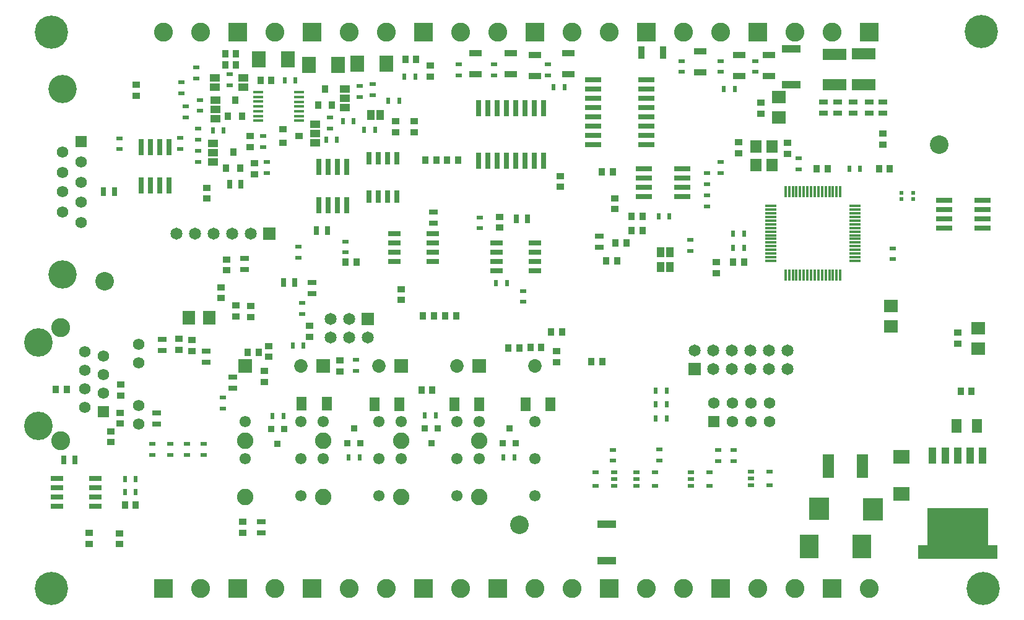
<source format=gbs>
G04 #@! TF.FileFunction,Soldermask,Bot*
%FSLAX46Y46*%
G04 Gerber Fmt 4.6, Leading zero omitted, Abs format (unit mm)*
G04 Created by KiCad (PCBNEW 4.0.2+dfsg1-2~bpo8+1-stable) date vie 30 sep 2016 00:33:51 ART*
%MOMM*%
G01*
G04 APERTURE LIST*
%ADD10C,0.150000*%
%ADD11C,3.860800*%
%ADD12R,1.574800X1.574800*%
%ADD13C,1.574800*%
%ADD14C,1.550800*%
%ADD15C,2.250800*%
%ADD16C,1.850800*%
%ADD17R,1.850800X1.850800*%
%ADD18R,2.250440X0.650240*%
%ADD19R,0.650240X2.250440*%
%ADD20C,3.901440*%
%ADD21C,2.590800*%
%ADD22R,0.965200X0.965200*%
%ADD23R,2.590800X2.590800*%
%ADD24R,1.651000X1.854200*%
%ADD25R,1.051560X0.949960*%
%ADD26R,0.949960X1.051560*%
%ADD27R,1.854200X1.651000*%
%ADD28R,2.650800X3.250800*%
%ADD29R,1.574800X3.251200*%
%ADD30R,1.450340X1.849120*%
%ADD31R,0.685800X1.193800*%
%ADD32R,1.193800X0.685800*%
%ADD33R,1.016000X1.320800*%
%ADD34R,1.320800X1.016000*%
%ADD35R,1.651000X1.651000*%
%ADD36C,1.651000*%
%ADD37R,3.250800X1.550800*%
%ADD38R,2.550800X1.050800*%
%ADD39R,1.750800X0.950800*%
%ADD40R,0.950800X1.750800*%
%ADD41R,2.750800X3.150800*%
%ADD42R,0.500800X0.500800*%
%ADD43R,1.120800X2.210800*%
%ADD44R,8.382000X7.035800*%
%ADD45R,10.845800X1.955800*%
%ADD46R,1.351280X0.350520*%
%ADD47R,0.304800X1.551940*%
%ADD48R,1.551940X0.304800*%
%ADD49R,0.652780X1.752600*%
%ADD50R,1.752600X0.652780*%
%ADD51R,0.812800X0.558800*%
%ADD52R,1.550800X1.750800*%
%ADD53R,2.250440X1.849120*%
%ADD54R,1.851660X2.250440*%
%ADD55R,1.391920X1.851660*%
%ADD56R,0.850900X1.051560*%
%ADD57R,1.051560X0.850900*%
%ADD58R,0.950800X0.550800*%
%ADD59R,0.550800X0.950800*%
%ADD60C,2.540000*%
%ADD61C,4.550800*%
G04 APERTURE END LIST*
D10*
D11*
X48447500Y-43943500D03*
X48447500Y-69343500D03*
D12*
X50987500Y-51182500D03*
D13*
X50987500Y-53976500D03*
X50987500Y-56770500D03*
X50987500Y-59437500D03*
X50987500Y-62231500D03*
X48447500Y-60834500D03*
X48447500Y-58040500D03*
X48447500Y-55373500D03*
X48447500Y-52579500D03*
D14*
X113122000Y-99696000D03*
X113122000Y-94616000D03*
X113122000Y-89536000D03*
D15*
X105502000Y-99816000D03*
D14*
X105502000Y-94616000D03*
X105502000Y-89536000D03*
D16*
X113122000Y-81916000D03*
D17*
X105502000Y-81916000D03*
D15*
X105502000Y-92116000D03*
D18*
X128278180Y-42736500D03*
X128278180Y-44006500D03*
X128278180Y-45276500D03*
X128278180Y-46546500D03*
X128278180Y-47816500D03*
X128278180Y-49086500D03*
X128278180Y-50356500D03*
X128278180Y-51626500D03*
X121079820Y-51626500D03*
X121079820Y-50356500D03*
X121079820Y-49086500D03*
X121079820Y-47816500D03*
X121079820Y-46546500D03*
X121079820Y-45276500D03*
X121079820Y-44006500D03*
X121079820Y-42736500D03*
D19*
X105375000Y-46617620D03*
X106645000Y-46617620D03*
X107915000Y-46617620D03*
X109185000Y-46617620D03*
X110455000Y-46617620D03*
X111725000Y-46617620D03*
X112995000Y-46617620D03*
X114265000Y-46617620D03*
X114265000Y-53815980D03*
X112995000Y-53815980D03*
X111725000Y-53815980D03*
X110455000Y-53815980D03*
X109185000Y-53815980D03*
X107915000Y-53815980D03*
X106645000Y-53815980D03*
X105375000Y-53815980D03*
D20*
X45215100Y-90107500D03*
X45215100Y-78677500D03*
D13*
X51565100Y-79947500D03*
X54105100Y-80582500D03*
X51565100Y-82487500D03*
X54105100Y-83122500D03*
X51565100Y-85027500D03*
X54105100Y-85662500D03*
X51565100Y-87567500D03*
D21*
X48263100Y-92139500D03*
X48263100Y-76645500D03*
D13*
X58931100Y-81471500D03*
X58931100Y-87313500D03*
X58931100Y-78931500D03*
X58931100Y-89853500D03*
D12*
X54105100Y-88202500D03*
D14*
X81118000Y-99696000D03*
X81118000Y-94616000D03*
X81118000Y-89536000D03*
D15*
X73498000Y-99816000D03*
D14*
X73498000Y-94616000D03*
X73498000Y-89536000D03*
D16*
X81118000Y-81916000D03*
D17*
X73498000Y-81916000D03*
D15*
X73498000Y-92116000D03*
D14*
X102454000Y-99696000D03*
X102454000Y-94616000D03*
X102454000Y-89536000D03*
D15*
X94834000Y-99816000D03*
D14*
X94834000Y-94616000D03*
X94834000Y-89536000D03*
D16*
X102454000Y-81916000D03*
D17*
X94834000Y-81916000D03*
D15*
X94834000Y-92116000D03*
D14*
X91786000Y-99696000D03*
X91786000Y-94616000D03*
X91786000Y-89536000D03*
D15*
X84166000Y-99816000D03*
D14*
X84166000Y-94616000D03*
X84166000Y-89536000D03*
D16*
X91786000Y-81916000D03*
D17*
X84166000Y-81916000D03*
D15*
X84166000Y-92116000D03*
D22*
X87436000Y-92491000D03*
X89214000Y-92491000D03*
X88325000Y-90459000D03*
X78764000Y-90509000D03*
X76986000Y-90509000D03*
X77875000Y-92541000D03*
D23*
X143570500Y-36196500D03*
D21*
X138490500Y-36196500D03*
X133410500Y-36196500D03*
D24*
X68527000Y-75290000D03*
X65733000Y-75290000D03*
D25*
X66200000Y-78348160D03*
X66200000Y-79851840D03*
X64430000Y-78218160D03*
X64430000Y-79721840D03*
X74220000Y-73688160D03*
X74220000Y-75191840D03*
X70196000Y-72634840D03*
X70196000Y-71131160D03*
D26*
X73773160Y-80025000D03*
X75276840Y-80025000D03*
D25*
X76675000Y-79173160D03*
X76675000Y-80676840D03*
X72160000Y-73648160D03*
X72160000Y-75151840D03*
X56353000Y-88301560D03*
X56353000Y-89805240D03*
X56429200Y-85944440D03*
X56429200Y-84440760D03*
D26*
X49078440Y-85141800D03*
X47574760Y-85141800D03*
D25*
X55075000Y-92351840D03*
X55075000Y-90848160D03*
X82240680Y-77892640D03*
X82240680Y-76388960D03*
D27*
X161737600Y-76455000D03*
X161737600Y-73661000D03*
D26*
X99599040Y-53696600D03*
X98095360Y-53696600D03*
D25*
X96612000Y-48398160D03*
X96612000Y-49901840D03*
D27*
X146475000Y-47897000D03*
X146475000Y-45103000D03*
D25*
X68245280Y-58992500D03*
X68245280Y-57488820D03*
X58575500Y-44923440D03*
X58575500Y-43419760D03*
D27*
X173669500Y-76709500D03*
X173669500Y-79503500D03*
D25*
X170875500Y-77354660D03*
X170875500Y-78858340D03*
D26*
X77043840Y-42800000D03*
X75540160Y-42800000D03*
D25*
X98771000Y-40778160D03*
X98771000Y-42281840D03*
X74736500Y-55617340D03*
X74736500Y-54113660D03*
X74101500Y-51934340D03*
X74101500Y-50430660D03*
D26*
X95352160Y-39879000D03*
X96855840Y-39879000D03*
D25*
X94834000Y-72888840D03*
X94834000Y-71385160D03*
X73085500Y-104766340D03*
X73085500Y-103262660D03*
D26*
X123754440Y-55284100D03*
X122250760Y-55284100D03*
D25*
X116551000Y-55891160D03*
X116551000Y-57394840D03*
X108296000Y-61479160D03*
X108296000Y-62982840D03*
X70945300Y-68824840D03*
X70945300Y-67321160D03*
D26*
X102591160Y-53737240D03*
X101087480Y-53737240D03*
X99268840Y-75032600D03*
X97765160Y-75032600D03*
X87173360Y-67692000D03*
X88677040Y-67692000D03*
X109423760Y-79426800D03*
X110927440Y-79426800D03*
X100787760Y-75007200D03*
X102291440Y-75007200D03*
D25*
X116011500Y-81398340D03*
X116011500Y-79894660D03*
D26*
X126276660Y-63386700D03*
X127780340Y-63386700D03*
X113969340Y-79376500D03*
X112465660Y-79376500D03*
X115316560Y-77242400D03*
X116820240Y-77242400D03*
D25*
X137887000Y-67702160D03*
X137887000Y-69205840D03*
X94072000Y-48398160D03*
X94072000Y-49901840D03*
D26*
X153116840Y-54865000D03*
X151613160Y-54865000D03*
X141717320Y-67681840D03*
X140213640Y-67681840D03*
X160122160Y-54865000D03*
X161625840Y-54865000D03*
D25*
X140900000Y-51248160D03*
X140900000Y-52751840D03*
X147600000Y-51348160D03*
X147600000Y-52851840D03*
X160645400Y-51565540D03*
X160645400Y-50061860D03*
X86406280Y-82637360D03*
X86406280Y-81133680D03*
X124044000Y-58939160D03*
X124044000Y-60442840D03*
D26*
X124318320Y-67531980D03*
X122814640Y-67531980D03*
X125598480Y-65017380D03*
X124094800Y-65017380D03*
X127780340Y-61380100D03*
X126276660Y-61380100D03*
X72217840Y-40641000D03*
X70714160Y-40641000D03*
X72217840Y-39117000D03*
X70714160Y-39117000D03*
X99051840Y-85200000D03*
X97548160Y-85200000D03*
D25*
X52162000Y-106289840D03*
X52162000Y-104786160D03*
X56251400Y-106315240D03*
X56251400Y-104811560D03*
D26*
X56998160Y-100966000D03*
X58501840Y-100966000D03*
D25*
X76114200Y-82586560D03*
X76114200Y-84090240D03*
X144000000Y-47351840D03*
X144000000Y-45848160D03*
D26*
X120777560Y-81331800D03*
X122281240Y-81331800D03*
X171298160Y-85345000D03*
X172801840Y-85345000D03*
D28*
X150625000Y-106600000D03*
X157825000Y-106600000D03*
D29*
X153175500Y-95650000D03*
X157874500Y-95650000D03*
D30*
X91150740Y-87125000D03*
X94549260Y-87125000D03*
X81200740Y-87075000D03*
X84599260Y-87075000D03*
X111775740Y-87175000D03*
X115174260Y-87175000D03*
X102100740Y-87125000D03*
X105499260Y-87125000D03*
D31*
X71307500Y-57024500D03*
X72831500Y-57024500D03*
X55565600Y-58065400D03*
X54041600Y-58065400D03*
D32*
X121859600Y-65685400D03*
X121859600Y-64161400D03*
X75625500Y-103252500D03*
X75625500Y-104776500D03*
D33*
X131537000Y-66295000D03*
X130267000Y-66295000D03*
X131537000Y-68327000D03*
X130267000Y-68327000D03*
D23*
X158810500Y-36196500D03*
D21*
X153730500Y-36196500D03*
X148650500Y-36196500D03*
D23*
X72450500Y-36196500D03*
D21*
X67370500Y-36196500D03*
X62290500Y-36196500D03*
D23*
X128330500Y-36196500D03*
D21*
X123250500Y-36196500D03*
X118170500Y-36196500D03*
D23*
X113090500Y-36196500D03*
D21*
X108010500Y-36196500D03*
X102930500Y-36196500D03*
D23*
X82642000Y-112396000D03*
D21*
X87722000Y-112396000D03*
X92802000Y-112396000D03*
D23*
X72482000Y-112396000D03*
D21*
X77562000Y-112396000D03*
D23*
X108042000Y-112396000D03*
D21*
X113122000Y-112396000D03*
X118202000Y-112396000D03*
D23*
X138490500Y-112396500D03*
D21*
X143570500Y-112396500D03*
X148650500Y-112396500D03*
D23*
X97882000Y-112396000D03*
D21*
X102962000Y-112396000D03*
D23*
X123250500Y-112396500D03*
D21*
X128330500Y-112396500D03*
X133410500Y-112396500D03*
D23*
X97850500Y-36196500D03*
D21*
X92770500Y-36196500D03*
X87690500Y-36196500D03*
D23*
X82610500Y-36196500D03*
D21*
X77530500Y-36196500D03*
D23*
X153730500Y-112396500D03*
D21*
X158810500Y-112396500D03*
D23*
X62290500Y-112396500D03*
D21*
X67370500Y-112396500D03*
D34*
X87055500Y-46483500D03*
X87055500Y-45213500D03*
X87055500Y-43943500D03*
D33*
X90611500Y-47499500D03*
X91881500Y-47499500D03*
D34*
X82991500Y-48769500D03*
X82991500Y-50039500D03*
X82991500Y-51309500D03*
X73244000Y-42419000D03*
X73244000Y-43689000D03*
X69021500Y-53976500D03*
X69021500Y-52706500D03*
X69021500Y-51436500D03*
X69307000Y-42419000D03*
X69307000Y-43689000D03*
X69402500Y-48007500D03*
X69402500Y-46737500D03*
X69402500Y-45467500D03*
D32*
X68100000Y-79900000D03*
X68100000Y-81424000D03*
D35*
X134902500Y-82335100D03*
D36*
X134902500Y-79795100D03*
X137442500Y-82335100D03*
X137442500Y-79795100D03*
X139982500Y-82335100D03*
X139982500Y-79795100D03*
X142522500Y-82335100D03*
X142522500Y-79795100D03*
X145062500Y-82335100D03*
X145062500Y-79795100D03*
X147602500Y-82335100D03*
X147602500Y-79795100D03*
D35*
X76800000Y-63755000D03*
D36*
X74260000Y-63755000D03*
X71720000Y-63755000D03*
X69180000Y-63755000D03*
X66640000Y-63755000D03*
X64100000Y-63755000D03*
D12*
X137556800Y-89497900D03*
D13*
X137556800Y-86957900D03*
X140096800Y-89497900D03*
X140096800Y-86957900D03*
X142636800Y-89497900D03*
X142636800Y-86957900D03*
X145176800Y-89497900D03*
X145176800Y-86957900D03*
D35*
X90262000Y-75439000D03*
D36*
X90262000Y-77979000D03*
X87722000Y-75439000D03*
X87722000Y-77979000D03*
X85182000Y-75439000D03*
X85182000Y-77979000D03*
D37*
X158029200Y-39150600D03*
X158029200Y-43350600D03*
X154066800Y-39201400D03*
X154066800Y-43401400D03*
D32*
X82642000Y-72010000D03*
X82642000Y-70486000D03*
D31*
X80203600Y-70473300D03*
X78679600Y-70473300D03*
X84699400Y-63348600D03*
X83175400Y-63348600D03*
D32*
X73383700Y-67209400D03*
X73383700Y-68733400D03*
X61356800Y-88380300D03*
X61356800Y-89904300D03*
X62150000Y-78228000D03*
X62150000Y-79752000D03*
X99202800Y-62358000D03*
X99202800Y-60834000D03*
D31*
X110569300Y-61773800D03*
X112093300Y-61773800D03*
X48628000Y-94790000D03*
X50152000Y-94790000D03*
D32*
X71796200Y-84989400D03*
X71796200Y-83465400D03*
X158791200Y-45721000D03*
X158791200Y-47245000D03*
X160696200Y-47295800D03*
X160696200Y-45771800D03*
X156581400Y-47245000D03*
X156581400Y-45721000D03*
X152517400Y-45721000D03*
X152517400Y-47245000D03*
X154524000Y-47245000D03*
X154524000Y-45721000D03*
D38*
X148097800Y-43370400D03*
X148097800Y-38470400D03*
D39*
X145126000Y-39318000D03*
X145126000Y-42218000D03*
X141062000Y-39318000D03*
X141062000Y-42218000D03*
X135728000Y-38810000D03*
X135728000Y-41710000D03*
D40*
X127674000Y-38990000D03*
X130574000Y-38990000D03*
D39*
X117694000Y-39064000D03*
X117694000Y-41964000D03*
X113122000Y-39318000D03*
X113122000Y-42218000D03*
X109820000Y-39064000D03*
X109820000Y-41964000D03*
X104994000Y-39064000D03*
X104994000Y-41964000D03*
D41*
X151935500Y-101474500D03*
X159335500Y-101525300D03*
D38*
X122901000Y-108546000D03*
X122901000Y-103546000D03*
D42*
X164800840Y-59045840D03*
X163200840Y-59045840D03*
X163200840Y-58195840D03*
X164800840Y-58195840D03*
D43*
X170875500Y-94159300D03*
X172577300Y-94159300D03*
X174279100Y-94159300D03*
X169173700Y-94159300D03*
X167471900Y-94159300D03*
D44*
X170875500Y-104840000D03*
D45*
X170875500Y-107380000D03*
D19*
X63007800Y-57158620D03*
X61737800Y-57158620D03*
X60467800Y-57158620D03*
X59197800Y-57158620D03*
X59197800Y-51961780D03*
X60467800Y-51961780D03*
X61737800Y-51961780D03*
X63007800Y-51961780D03*
D18*
X174254720Y-59195700D03*
X174254720Y-60465700D03*
X174254720Y-61735700D03*
X174254720Y-63005700D03*
X169057880Y-63005700D03*
X169057880Y-61735700D03*
X169057880Y-60465700D03*
X169057880Y-59195700D03*
D46*
X80832500Y-44426100D03*
X80832500Y-45061100D03*
X80832500Y-45721500D03*
X80832500Y-46356500D03*
X80832500Y-47016900D03*
X80832500Y-47664600D03*
X80832500Y-48312300D03*
X75244500Y-48312300D03*
X75244500Y-47664600D03*
X75244500Y-47016900D03*
X75244500Y-46356500D03*
X75244500Y-45708800D03*
X75244500Y-45061100D03*
X75244500Y-44413400D03*
D47*
X147348500Y-58004440D03*
X147848880Y-58004440D03*
X148349260Y-58004440D03*
X148849640Y-58004440D03*
X149350020Y-58004440D03*
X149847860Y-58004440D03*
X150348240Y-58004440D03*
X150848620Y-58004440D03*
X151346460Y-58004440D03*
X151846840Y-58004440D03*
X152347220Y-58004440D03*
X152845060Y-58004440D03*
X153345440Y-58004440D03*
X153845820Y-58004440D03*
X154346200Y-58004440D03*
X154846580Y-58004440D03*
D48*
X156845560Y-60003420D03*
X156845560Y-60503800D03*
X156845560Y-61004180D03*
X156845560Y-61504560D03*
X156845560Y-62004940D03*
X156845560Y-62502780D03*
X156845560Y-63003160D03*
X156845560Y-63503540D03*
X156845560Y-64001380D03*
X156845560Y-64501760D03*
X156845560Y-65002140D03*
X156845560Y-65499980D03*
X156845560Y-66000360D03*
X156845560Y-66500740D03*
X156845560Y-67001120D03*
X156845560Y-67501500D03*
D47*
X154846580Y-69500480D03*
X154346200Y-69500480D03*
X153845820Y-69500480D03*
X153345440Y-69500480D03*
X152845060Y-69500480D03*
X152347220Y-69500480D03*
X151846840Y-69500480D03*
X151346460Y-69500480D03*
X150848620Y-69500480D03*
X150348240Y-69500480D03*
X149847860Y-69500480D03*
X149350020Y-69500480D03*
X148849640Y-69500480D03*
X148349260Y-69500480D03*
X147848880Y-69500480D03*
X147348500Y-69500480D03*
D48*
X145349520Y-67501500D03*
X145349520Y-67001120D03*
X145349520Y-66500740D03*
X145349520Y-66000360D03*
X145349520Y-65499980D03*
X145349520Y-65002140D03*
X145349520Y-64501760D03*
X145349520Y-64001380D03*
X145349520Y-63503540D03*
X145349520Y-63003160D03*
X145349520Y-62502780D03*
X145349520Y-62004940D03*
X145349520Y-61504560D03*
X145349520Y-61004180D03*
X145349520Y-60503800D03*
X145349520Y-60003420D03*
D18*
X133208320Y-54890400D03*
X133208320Y-56160400D03*
X133208320Y-57430400D03*
X133208320Y-58700400D03*
X128011480Y-58700400D03*
X128011480Y-57430400D03*
X128011480Y-56160400D03*
X128011480Y-54890400D03*
D49*
X90391540Y-53432440D03*
X91661540Y-53432440D03*
X92929000Y-53432440D03*
X94199000Y-53432440D03*
X94199000Y-58730880D03*
X92929000Y-58730880D03*
X91661540Y-58730880D03*
X90391540Y-58730880D03*
D50*
X52984960Y-97285540D03*
X52984960Y-98555540D03*
X52984960Y-99823000D03*
X52984960Y-101093000D03*
X47686520Y-101093000D03*
X47686520Y-99823000D03*
X47686520Y-98555540D03*
X47686520Y-97285540D03*
D51*
X142662200Y-98286300D03*
X142662200Y-96381300D03*
X145202200Y-98286300D03*
X142662200Y-97333800D03*
X145202200Y-96381300D03*
D19*
X83531000Y-54679580D03*
X84801000Y-54679580D03*
X86071000Y-54679580D03*
X87341000Y-54679580D03*
X87341000Y-59876420D03*
X86071000Y-59876420D03*
X84801000Y-59876420D03*
X83531000Y-59876420D03*
D51*
X126965000Y-98362500D03*
X126965000Y-96457500D03*
X129505000Y-98362500D03*
X126965000Y-97410000D03*
X129505000Y-96457500D03*
X134432600Y-98362500D03*
X134432600Y-96457500D03*
X136972600Y-98362500D03*
X134432600Y-97410000D03*
X136972600Y-96457500D03*
X123891600Y-96457500D03*
X123891600Y-98362500D03*
X121351600Y-96457500D03*
X123891600Y-97410000D03*
X121351600Y-98362500D03*
D52*
X143300000Y-54400000D03*
X143300000Y-51860000D03*
X145509800Y-51860000D03*
X145509800Y-54400000D03*
D53*
X163200000Y-94352380D03*
X163200000Y-99447620D03*
D54*
X88763400Y-40514000D03*
X92776600Y-40514000D03*
X82159400Y-40641000D03*
X86172600Y-40641000D03*
X75301400Y-39879000D03*
X79314600Y-39879000D03*
D55*
X173558760Y-90102420D03*
X170703800Y-90102420D03*
D56*
X84388500Y-43986680D03*
X83436000Y-46186320D03*
X85341000Y-46186320D03*
D57*
X80789320Y-50420500D03*
X78589680Y-49468000D03*
X78589680Y-51373000D03*
D56*
X71815500Y-52622680D03*
X70863000Y-54822320D03*
X72768000Y-54822320D03*
X72069500Y-45510680D03*
X71117000Y-47710320D03*
X73022000Y-47710320D03*
D58*
X56289500Y-50711400D03*
X56289500Y-52211400D03*
X64608000Y-52186000D03*
X64608000Y-50686000D03*
X90865500Y-44820500D03*
X90865500Y-43320500D03*
D59*
X80344000Y-42800000D03*
X78844000Y-42800000D03*
D58*
X89087500Y-45074500D03*
X89087500Y-43574500D03*
D59*
X95227000Y-42292000D03*
X96727000Y-42292000D03*
D58*
X76387500Y-53988500D03*
X76387500Y-55488500D03*
D59*
X94536500Y-45594500D03*
X93036500Y-45594500D03*
D58*
X75879500Y-50432500D03*
X75879500Y-51932500D03*
D59*
X89734500Y-49531500D03*
X91234500Y-49531500D03*
X84527500Y-50928500D03*
X86027500Y-50928500D03*
X86813500Y-48388500D03*
X88313500Y-48388500D03*
D58*
X85023500Y-47892500D03*
X85023500Y-49392500D03*
X143221000Y-41645000D03*
X143221000Y-40145000D03*
D59*
X138915000Y-43943000D03*
X140415000Y-43943000D03*
D58*
X138522000Y-41645000D03*
X138522000Y-40145000D03*
X133188000Y-41645000D03*
X133188000Y-40145000D03*
X114823800Y-40627600D03*
X114823800Y-42127600D03*
X107508600Y-40627600D03*
X107508600Y-42127600D03*
X102708000Y-40627600D03*
X102708000Y-42127600D03*
X70386500Y-87720600D03*
X70386500Y-86220600D03*
X162017000Y-67299000D03*
X162017000Y-65799000D03*
X134331000Y-66156000D03*
X134331000Y-64656000D03*
X87214000Y-64859200D03*
X87214000Y-66359200D03*
X111471000Y-71641000D03*
X111471000Y-73141000D03*
X80737000Y-65570400D03*
X80737000Y-67070400D03*
D59*
X141685000Y-65723500D03*
X140185000Y-65723500D03*
D58*
X149190000Y-53480000D03*
X149190000Y-54980000D03*
D59*
X157560000Y-54865000D03*
X156060000Y-54865000D03*
D58*
X105552800Y-61557200D03*
X105552800Y-63057200D03*
D59*
X107750000Y-70525000D03*
X109250000Y-70525000D03*
X129974200Y-61380100D03*
X131474200Y-61380100D03*
D58*
X136617000Y-55512000D03*
X136617000Y-57012000D03*
X138522000Y-55488000D03*
X138522000Y-53988000D03*
X136617000Y-58560000D03*
X136617000Y-60060000D03*
X123739200Y-94883400D03*
X123739200Y-93383400D03*
X138115600Y-94908800D03*
X138115600Y-93408800D03*
D59*
X89100000Y-94400000D03*
X87600000Y-94400000D03*
X77175000Y-88750000D03*
X78675000Y-88750000D03*
X79950000Y-79075000D03*
X81450000Y-79075000D03*
X115661300Y-43727100D03*
X117161300Y-43727100D03*
X110300000Y-94400000D03*
X108800000Y-94400000D03*
X98050000Y-88700000D03*
X99550000Y-88700000D03*
X129618600Y-87186500D03*
X131118600Y-87186500D03*
X129631300Y-89078800D03*
X131131300Y-89078800D03*
X129618600Y-85294200D03*
X131118600Y-85294200D03*
X69033500Y-49658500D03*
X70533500Y-49658500D03*
D58*
X66989500Y-50916500D03*
X66989500Y-49416500D03*
X71310000Y-43430000D03*
X71310000Y-41930000D03*
X66989500Y-53964500D03*
X66989500Y-52464500D03*
X64703500Y-44566500D03*
X64703500Y-43066500D03*
X67243500Y-46979500D03*
X67243500Y-45479500D03*
X66767000Y-41034000D03*
X66767000Y-42534000D03*
X65338500Y-47868500D03*
X65338500Y-46368500D03*
X67751500Y-92596500D03*
X67751500Y-94096500D03*
X65465500Y-92596500D03*
X65465500Y-94096500D03*
X63211000Y-92596000D03*
X63211000Y-94096000D03*
X60798000Y-92596000D03*
X60798000Y-94096000D03*
X81206900Y-74766600D03*
X81206900Y-73266600D03*
D59*
X58500000Y-99188000D03*
X57000000Y-99188000D03*
X141685000Y-63818500D03*
X140185000Y-63818500D03*
D58*
X88611000Y-82589800D03*
X88611000Y-81089800D03*
D59*
X58500000Y-97410000D03*
X57000000Y-97410000D03*
D58*
X140300000Y-94921500D03*
X140300000Y-93421500D03*
X130140000Y-93358000D03*
X130140000Y-94858000D03*
D50*
X99136760Y-63757540D03*
X99136760Y-65027540D03*
X99136760Y-66295000D03*
X99136760Y-67565000D03*
X93838320Y-67565000D03*
X93838320Y-66295000D03*
X93838320Y-65027540D03*
X93838320Y-63757540D03*
X113106760Y-65027540D03*
X113106760Y-66297540D03*
X113106760Y-67565000D03*
X113106760Y-68835000D03*
X107808320Y-68835000D03*
X107808320Y-67565000D03*
X107808320Y-66297540D03*
X107808320Y-65027540D03*
D22*
X108686000Y-92491000D03*
X110464000Y-92491000D03*
X109575000Y-90459000D03*
X99789000Y-90459000D03*
X98011000Y-90459000D03*
X98900000Y-92491000D03*
D60*
X111000000Y-103700000D03*
X168400000Y-51600000D03*
X54200000Y-70300000D03*
D61*
X174400000Y-112400000D03*
X174100000Y-36100000D03*
X46945500Y-36156500D03*
X46945500Y-112406500D03*
M02*

</source>
